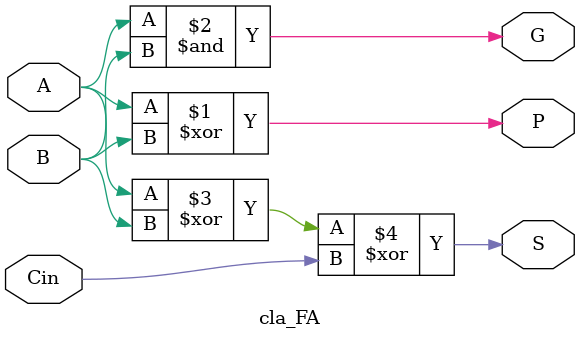
<source format=v>
/****************************
purpose: Given two 1-bit vectors add them and generate the Propagate, Generate, and Sum signals
works: yes
****************************/

module cla_FA (A, B, Cin, S, P, G);

input A;
input B;
input Cin;

output P;
output G;
output S;

xor Prop (P, A, B);
and Gen (G, A, B);

xor Sum (S, A, B, Cin);

endmodule

</source>
